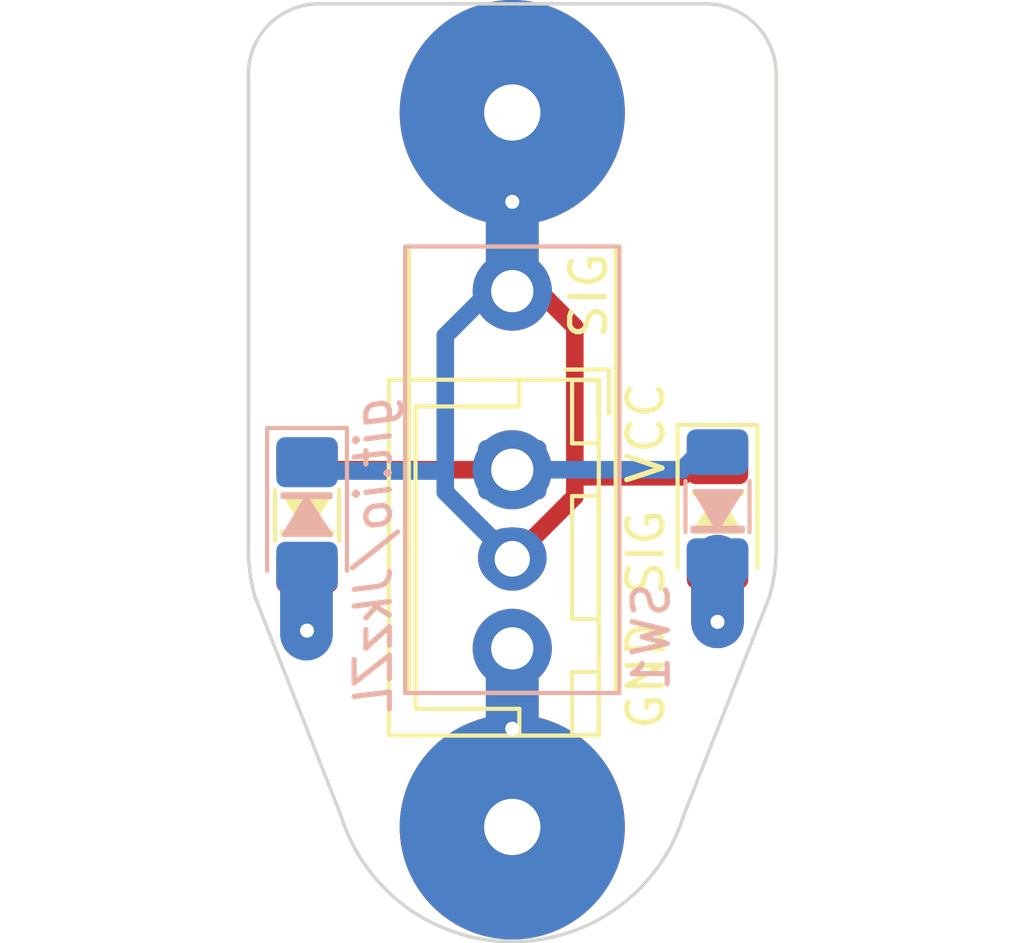
<source format=kicad_pcb>
(kicad_pcb (version 20171130) (host pcbnew "(5.1.7)-1")

  (general
    (thickness 1.6)
    (drawings 31)
    (tracks 41)
    (zones 0)
    (modules 12)
    (nets 6)
  )

  (page A4)
  (layers
    (0 F.Cu signal)
    (31 B.Cu signal hide)
    (32 B.Adhes user)
    (33 F.Adhes user)
    (34 B.Paste user)
    (35 F.Paste user)
    (36 B.SilkS user)
    (37 F.SilkS user)
    (38 B.Mask user)
    (39 F.Mask user)
    (40 Dwgs.User user)
    (41 Cmts.User user)
    (42 Eco1.User user)
    (43 Eco2.User user)
    (44 Edge.Cuts user)
    (45 Margin user)
    (46 B.CrtYd user)
    (47 F.CrtYd user)
    (48 B.Fab user)
    (49 F.Fab user)
  )

  (setup
    (last_trace_width 0.25)
    (user_trace_width 0.5)
    (user_trace_width 0.75)
    (user_trace_width 1.5)
    (trace_clearance 0.2)
    (zone_clearance 0.508)
    (zone_45_only no)
    (trace_min 0.2)
    (via_size 0.8)
    (via_drill 0.4)
    (via_min_size 0.4)
    (via_min_drill 0.3)
    (uvia_size 0.3)
    (uvia_drill 0.1)
    (uvias_allowed no)
    (uvia_min_size 0.2)
    (uvia_min_drill 0.1)
    (edge_width 0.05)
    (segment_width 0.2)
    (pcb_text_width 0.3)
    (pcb_text_size 1.5 1.5)
    (mod_edge_width 0.12)
    (mod_text_size 1 1)
    (mod_text_width 0.15)
    (pad_size 3.2 3.2)
    (pad_drill 3.2)
    (pad_to_mask_clearance 0)
    (aux_axis_origin 0 0)
    (visible_elements 7EFFFFFF)
    (pcbplotparams
      (layerselection 0x3ffff_ffffffff)
      (usegerberextensions false)
      (usegerberattributes true)
      (usegerberadvancedattributes true)
      (creategerberjobfile true)
      (excludeedgelayer true)
      (linewidth 0.100000)
      (plotframeref false)
      (viasonmask false)
      (mode 1)
      (useauxorigin false)
      (hpglpennumber 1)
      (hpglpenspeed 20)
      (hpglpendiameter 15.000000)
      (psnegative false)
      (psa4output false)
      (plotreference true)
      (plotvalue true)
      (plotinvisibletext false)
      (padsonsilk false)
      (subtractmaskfromsilk false)
      (outputformat 1)
      (mirror false)
      (drillshape 0)
      (scaleselection 1)
      (outputdirectory "gerbers/"))
  )

  (net 0 "")
  (net 1 VCC)
  (net 2 GND)
  (net 3 SIGNAL)
  (net 4 "Net-(D1-Pad2)")
  (net 5 "Net-(D2-Pad2)")

  (net_class Default "This is the default net class."
    (clearance 0.2)
    (trace_width 0.25)
    (via_dia 0.8)
    (via_drill 0.4)
    (uvia_dia 0.3)
    (uvia_drill 0.1)
    (add_net GND)
    (add_net "Net-(D1-Pad2)")
    (add_net "Net-(D2-Pad2)")
    (add_net SIGNAL)
    (add_net VCC)
  )

  (module MountingHole:MountingHole_3.2mm_M3 (layer F.Cu) (tedit 5FBD9499) (tstamp 5FBAB277)
    (at -5.08 -6.33)
    (descr "Mounting Hole 3.2mm, no annular, M3")
    (tags "mounting hole 3.2mm no annular m3")
    (attr virtual)
    (fp_text reference M31 (at 0 -4.2) (layer F.SilkS) hide
      (effects (font (size 1 1) (thickness 0.15)))
    )
    (fp_text value MountingHole_3.2mm_M3 (at 0 4.2) (layer F.Fab)
      (effects (font (size 1 1) (thickness 0.15)))
    )
    (fp_circle (center 0 0) (end 3.45 0) (layer F.CrtYd) (width 0.05))
    (fp_circle (center 0 0) (end 3.2 0) (layer Cmts.User) (width 0.15))
    (fp_text user %R (at 0.3 0) (layer F.Fab)
      (effects (font (size 1 1) (thickness 0.15)))
    )
    (pad "" np_thru_hole circle (at 0 0) (size 3.2 3.2) (drill 3.2) (layers *.Cu *.Mask))
  )

  (module mag-probe:D2F (layer F.Cu) (tedit 5FB88D0E) (tstamp 5FB7841C)
    (at 0 0 270)
    (path /5FC5A30B)
    (fp_text reference SW1 (at 4.75 -3.95 270) (layer B.SilkS)
      (effects (font (size 1 1) (thickness 0.15)) (justify mirror))
    )
    (fp_text value SW_Push_Open (at -2.54 -1.27 270) (layer F.Fab)
      (effects (font (size 1 1) (thickness 0.15)))
    )
    (fp_line (start -6.35 -2.94) (end -6.35 2.94) (layer F.SilkS) (width 0.12))
    (fp_line (start -6.35 2.94) (end 6.35 2.94) (layer F.SilkS) (width 0.12))
    (fp_line (start 6.35 2.94) (end 6.35 -2.94) (layer F.SilkS) (width 0.12))
    (fp_line (start 6.35 -2.94) (end -6.35 -2.94) (layer F.SilkS) (width 0.12))
    (pad 4 thru_hole circle (at 2.54 0 270) (size 1.8 1.8) (drill 1) (layers *.Cu *.Mask)
      (net 3 SIGNAL))
    (pad 3 thru_hole circle (at 0 0 270) (size 2.25 2.25) (drill 1.2) (layers *.Cu *.Mask)
      (net 1 VCC))
    (pad 2 thru_hole circle (at -5.08 0 270) (size 2.25 2.25) (drill 1.2) (layers *.Cu *.Mask)
      (net 3 SIGNAL))
    (pad 1 thru_hole circle (at 5.08 0 270) (size 2.25 2.25) (drill 1.2) (layers *.Cu *.Mask)
      (net 2 GND))
    (model F:/git/mag-probe/D2F_F_STEP/D2F_F.step
      (offset (xyz 3.24 0 -3.24))
      (scale (xyz 1 1 1))
      (rotate (xyz 90 0 0))
    )
  )

  (module mag-probe:JST-XH (layer F.Cu) (tedit 5FB868AA) (tstamp 5FBB11C0)
    (at 0 0 270)
    (fp_text reference REF** (at 3.81 10.414 90) (layer F.SilkS) hide
      (effects (font (size 1 1) (thickness 0.15)))
    )
    (fp_text value JST-XH (at 2.275 -3.775 90) (layer F.Fab)
      (effects (font (size 1 1) (thickness 0.15)))
    )
    (fp_line (start 7.95 3.9) (end 7.95 -2.85) (layer F.CrtYd) (width 0.05))
    (fp_line (start 0.75 -2.45) (end 0.75 -1.7) (layer F.SilkS) (width 0.12))
    (fp_line (start 0 -1.35) (end 0.625 -2.35) (layer F.Fab) (width 0.1))
    (fp_line (start -2.56 3.51) (end 7.56 3.51) (layer F.SilkS) (width 0.12))
    (fp_line (start -2.95 3.9) (end 7.95 3.9) (layer F.CrtYd) (width 0.05))
    (fp_line (start -2.45 -2.35) (end -2.45 3.4) (layer F.Fab) (width 0.1))
    (fp_line (start -0.625 -2.35) (end 0 -1.35) (layer F.Fab) (width 0.1))
    (fp_line (start 7.95 -2.85) (end -2.95 -2.85) (layer F.CrtYd) (width 0.05))
    (fp_line (start 7.56 3.51) (end 7.56 -2.46) (layer F.SilkS) (width 0.12))
    (fp_line (start -2.95 -2.85) (end -2.95 3.9) (layer F.CrtYd) (width 0.05))
    (fp_line (start 7.45 3.4) (end 7.45 -2.35) (layer F.Fab) (width 0.1))
    (fp_line (start -2.56 -2.46) (end -2.56 3.51) (layer F.SilkS) (width 0.12))
    (fp_line (start -2.45 3.4) (end 7.45 3.4) (layer F.Fab) (width 0.1))
    (fp_line (start 7.56 -2.46) (end -2.56 -2.46) (layer F.SilkS) (width 0.12))
    (fp_line (start 7.45 -2.35) (end -2.45 -2.35) (layer F.Fab) (width 0.1))
    (fp_line (start 4.25 -2.45) (end 0.75 -2.45) (layer F.SilkS) (width 0.12))
    (fp_line (start -2.55 -2.45) (end -2.55 -1.7) (layer F.SilkS) (width 0.12))
    (fp_line (start -2.55 -1.7) (end -0.75 -1.7) (layer F.SilkS) (width 0.12))
    (fp_line (start -0.75 -2.45) (end -2.55 -2.45) (layer F.SilkS) (width 0.12))
    (fp_line (start 7.55 -2.45) (end 5.75 -2.45) (layer F.SilkS) (width 0.12))
    (fp_line (start -2.55 -0.2) (end -1.8 -0.2) (layer F.SilkS) (width 0.12))
    (fp_line (start -1.8 -0.2) (end -1.8 2.75) (layer F.SilkS) (width 0.12))
    (fp_line (start 2.5 2.75) (end -1.725 2.75) (layer F.SilkS) (width 0.12))
    (fp_line (start 6.8 -0.2) (end 6.8 2.75) (layer F.SilkS) (width 0.12))
    (fp_line (start 6.8 2.75) (end 2.5 2.75) (layer F.SilkS) (width 0.12))
    (fp_line (start -1.6 -2.75) (end -2.85 -2.75) (layer F.SilkS) (width 0.12))
    (fp_line (start -2.85 -2.75) (end -2.85 -1.5) (layer F.SilkS) (width 0.12))
    (fp_line (start 0.75 -1.7) (end 4.25 -1.7) (layer F.SilkS) (width 0.12))
    (fp_line (start -0.75 -1.7) (end -0.75 -2.45) (layer F.SilkS) (width 0.12))
    (fp_line (start 4.25 -1.7) (end 4.25 -2.45) (layer F.SilkS) (width 0.12))
    (fp_line (start 5.75 -2.45) (end 5.75 -1.7) (layer F.SilkS) (width 0.12))
    (fp_line (start 5.75 -1.7) (end 7.55 -1.7) (layer F.SilkS) (width 0.12))
    (fp_line (start 7.55 -1.7) (end 7.55 -2.45) (layer F.SilkS) (width 0.12))
    (fp_line (start 7.55 -0.2) (end 6.8 -0.2) (layer F.SilkS) (width 0.12))
    (pad 3 thru_hole oval (at 5 0 270) (size 1.7 1.95) (drill 0.95) (layers *.Cu *.Mask))
    (pad 1 thru_hole roundrect (at 0 0 270) (size 1.7 1.95) (drill 0.95) (layers *.Cu *.Mask) (roundrect_rratio 0.1470588235294118))
    (pad 2 thru_hole oval (at 2.5 0 270) (size 1.7 1.95) (drill 0.95) (layers *.Cu *.Mask))
    (model F:/git/PROBE-BOARD/CAD/JST-B3B-XH-A.step
      (offset (xyz 2.5 -0.5 0))
      (scale (xyz 1 1 1))
      (rotate (xyz 0 0 0))
    )
  )

  (module mag-probe:LED_1206_3216Metric_Pad1.42x1.75mm_HandSolder (layer F.Cu) (tedit 5FBCB3F2) (tstamp 5FB86127)
    (at 5.834 1.1875 270)
    (descr "LED SMD 1206 (3216 Metric), square (rectangular) end terminal, IPC_7351 nominal, (Body size source: http://www.tortai-tech.com/upload/download/2011102023233369053.pdf), generated with kicad-footprint-generator")
    (tags "LED handsolder")
    (path /5FBB7662)
    (attr smd)
    (fp_text reference D2 (at -0.6715 -1.905 270) (layer F.SilkS) hide
      (effects (font (size 1 1) (thickness 0.15)))
    )
    (fp_text value LED_Small (at 0 1.65 270) (layer F.Fab)
      (effects (font (size 1 1) (thickness 0.15)))
    )
    (fp_line (start -0.575 -0.7) (end -0.575 0.675) (layer F.SilkS) (width 0.12))
    (fp_poly (pts (xy 0.575 -0.4) (xy 0.575 0.675) (xy -0.425 -0.05) (xy 0.575 -0.625)) (layer F.SilkS) (width 0.1))
    (fp_line (start -0.5 -0.7) (end -0.5 0.675) (layer F.SilkS) (width 0.12))
    (fp_line (start -0.475 -0.025) (end 0.575 -0.65) (layer F.SilkS) (width 0.12))
    (fp_line (start 0.575 0.675) (end -0.475 -0.025) (layer F.SilkS) (width 0.12))
    (fp_line (start 0.575 0.65) (end 0.575 0.675) (layer F.SilkS) (width 0.12))
    (fp_line (start 0.575 -0.65) (end 0.575 0.65) (layer F.SilkS) (width 0.12))
    (fp_line (start 1.6 -0.8) (end -1.2 -0.8) (layer F.Fab) (width 0.1))
    (fp_line (start -1.2 -0.8) (end -1.6 -0.4) (layer F.Fab) (width 0.1))
    (fp_line (start -1.6 -0.4) (end -1.6 0.8) (layer F.Fab) (width 0.1))
    (fp_line (start -1.6 0.8) (end 1.6 0.8) (layer F.Fab) (width 0.1))
    (fp_line (start 1.6 0.8) (end 1.6 -0.8) (layer F.Fab) (width 0.1))
    (fp_line (start 1.6 -1.135) (end -2.46 -1.135) (layer F.SilkS) (width 0.12))
    (fp_line (start -2.46 -1.135) (end -2.46 1.135) (layer F.SilkS) (width 0.12))
    (fp_line (start -2.46 1.135) (end 1.6 1.135) (layer F.SilkS) (width 0.12))
    (fp_line (start -2.45 1.12) (end -2.45 -1.12) (layer F.CrtYd) (width 0.05))
    (fp_line (start -2.45 -1.12) (end 2.45 -1.12) (layer F.CrtYd) (width 0.05))
    (fp_line (start 2.45 -1.12) (end 2.45 1.12) (layer F.CrtYd) (width 0.05))
    (fp_line (start 2.45 1.12) (end -2.45 1.12) (layer F.CrtYd) (width 0.05))
    (fp_text user %R (at 0 0 270) (layer F.Fab)
      (effects (font (size 0.5 0.5) (thickness 0.08)))
    )
    (pad 2 smd roundrect (at 1.4875 0 270) (size 1.425 1.75) (layers F.Cu F.Paste F.Mask) (roundrect_rratio 0.1754385964912281)
      (net 5 "Net-(D2-Pad2)"))
    (pad 1 smd roundrect (at -1.4875 0 270) (size 1.425 1.75) (layers F.Cu F.Paste F.Mask) (roundrect_rratio 0.1754385964912281)
      (net 3 SIGNAL))
    (model ${KISYS3DMOD}/LED_SMD.3dshapes/LED_1206_3216Metric.wrl
      (at (xyz 0 0 0))
      (scale (xyz 1 1 1))
      (rotate (xyz 0 0 0))
    )
  )

  (module mag-probe:LED_1206_3216Metric_Pad1.42x1.75mm_HandSolder (layer B.Cu) (tedit 5FBCB3F2) (tstamp 5FB860F1)
    (at -5.834 1.274 270)
    (descr "LED SMD 1206 (3216 Metric), square (rectangular) end terminal, IPC_7351 nominal, (Body size source: http://www.tortai-tech.com/upload/download/2011102023233369053.pdf), generated with kicad-footprint-generator")
    (tags "LED handsolder")
    (path /5FC4D33F)
    (attr smd)
    (fp_text reference D1 (at -3.2755 -0.0595) (layer B.SilkS) hide
      (effects (font (size 1 1) (thickness 0.15)) (justify mirror))
    )
    (fp_text value LED_Small (at 0 -1.65 270) (layer B.Fab)
      (effects (font (size 1 1) (thickness 0.15)) (justify mirror))
    )
    (fp_line (start -0.575 0.7) (end -0.575 -0.675) (layer B.SilkS) (width 0.12))
    (fp_poly (pts (xy 0.575 0.4) (xy 0.575 -0.675) (xy -0.425 0.05) (xy 0.575 0.625)) (layer B.SilkS) (width 0.1))
    (fp_line (start -0.5 0.7) (end -0.5 -0.675) (layer B.SilkS) (width 0.12))
    (fp_line (start -0.475 0.025) (end 0.575 0.65) (layer B.SilkS) (width 0.12))
    (fp_line (start 0.575 -0.675) (end -0.475 0.025) (layer B.SilkS) (width 0.12))
    (fp_line (start 0.575 -0.65) (end 0.575 -0.675) (layer B.SilkS) (width 0.12))
    (fp_line (start 0.575 0.65) (end 0.575 -0.65) (layer B.SilkS) (width 0.12))
    (fp_line (start 1.6 0.8) (end -1.2 0.8) (layer B.Fab) (width 0.1))
    (fp_line (start -1.2 0.8) (end -1.6 0.4) (layer B.Fab) (width 0.1))
    (fp_line (start -1.6 0.4) (end -1.6 -0.8) (layer B.Fab) (width 0.1))
    (fp_line (start -1.6 -0.8) (end 1.6 -0.8) (layer B.Fab) (width 0.1))
    (fp_line (start 1.6 -0.8) (end 1.6 0.8) (layer B.Fab) (width 0.1))
    (fp_line (start 1.6 1.135) (end -2.46 1.135) (layer B.SilkS) (width 0.12))
    (fp_line (start -2.46 1.135) (end -2.46 -1.135) (layer B.SilkS) (width 0.12))
    (fp_line (start -2.46 -1.135) (end 1.6 -1.135) (layer B.SilkS) (width 0.12))
    (fp_line (start -2.45 -1.12) (end -2.45 1.12) (layer B.CrtYd) (width 0.05))
    (fp_line (start -2.45 1.12) (end 2.45 1.12) (layer B.CrtYd) (width 0.05))
    (fp_line (start 2.45 1.12) (end 2.45 -1.12) (layer B.CrtYd) (width 0.05))
    (fp_line (start 2.45 -1.12) (end -2.45 -1.12) (layer B.CrtYd) (width 0.05))
    (fp_text user %R (at 0 0 270) (layer B.Fab)
      (effects (font (size 0.5 0.5) (thickness 0.08)) (justify mirror))
    )
    (pad 2 smd roundrect (at 1.4875 0 270) (size 1.425 1.75) (layers B.Cu B.Paste B.Mask) (roundrect_rratio 0.1754385964912281)
      (net 4 "Net-(D1-Pad2)"))
    (pad 1 smd roundrect (at -1.4875 0 270) (size 1.425 1.75) (layers B.Cu B.Paste B.Mask) (roundrect_rratio 0.1754385964912281)
      (net 3 SIGNAL))
    (model ${KISYS3DMOD}/LED_SMD.3dshapes/LED_1206_3216Metric.wrl
      (at (xyz 0 0 0))
      (scale (xyz 1 1 1))
      (rotate (xyz 0 0 0))
    )
  )

  (module mag-probe:M3Heatsrt (layer F.Cu) (tedit 5FBAB47A) (tstamp 5FBB10C4)
    (at -5.08 -6.33)
    (fp_text reference MeHtSrt1 (at 9.95 0.05) (layer Dwgs.User) hide
      (effects (font (size 1 1) (thickness 0.15)))
    )
    (fp_text value M3Heatsrt (at 0 -2.55) (layer F.Fab)
      (effects (font (size 1 1) (thickness 0.15)))
    )
    (fp_circle (center 0 0) (end 1.6 0) (layer Dwgs.User) (width 0.05))
    (model "F:/git/PROBE-BOARD/CAD/94459A130_BRASS HEAT-SET INSERT FOR PLASTIC.STEP"
      (offset (xyz 0 0 4.25))
      (scale (xyz 1 1 1))
      (rotate (xyz 90 0 0))
    )
    (model "F:/git/PROBE-BOARD/CAD/97763A811_BLACK-OXIDE 18-8 SS BUTTON-HEAD CAP SCREW.STEP"
      (offset (xyz 0 0 -3.5))
      (scale (xyz 1 1 1))
      (rotate (xyz 180 0 0))
    )
  )

  (module mag-probe:M3Heatsrt (layer F.Cu) (tedit 5FBAB47A) (tstamp 5FBB10AF)
    (at 5.08 -6.33)
    (fp_text reference ME2 (at 0.05 0.1) (layer Dwgs.User) hide
      (effects (font (size 1 1) (thickness 0.15)))
    )
    (fp_text value M3Heatsrt (at 0 -2.55) (layer F.Fab)
      (effects (font (size 1 1) (thickness 0.15)))
    )
    (fp_circle (center 0 0) (end 1.6 0) (layer Dwgs.User) (width 0.05))
    (model "F:/git/PROBE-BOARD/CAD/94459A130_BRASS HEAT-SET INSERT FOR PLASTIC.STEP"
      (offset (xyz 0 0 4.25))
      (scale (xyz 1 1 1))
      (rotate (xyz 90 0 0))
    )
    (model "F:/git/PROBE-BOARD/CAD/97763A811_BLACK-OXIDE 18-8 SS BUTTON-HEAD CAP SCREW.STEP"
      (offset (xyz 0 0 -3.5))
      (scale (xyz 1 1 1))
      (rotate (xyz 180 0 0))
    )
  )

  (module Resistor_SMD:R_1206_3216Metric_Pad1.30x1.75mm_HandSolder (layer F.Cu) (tedit 5F68FEEE) (tstamp 5FB8615B)
    (at -5.834 1.3 270)
    (descr "Resistor SMD 1206 (3216 Metric), square (rectangular) end terminal, IPC_7351 nominal with elongated pad for handsoldering. (Body size source: IPC-SM-782 page 72, https://www.pcb-3d.com/wordpress/wp-content/uploads/ipc-sm-782a_amendment_1_and_2.pdf), generated with kicad-footprint-generator")
    (tags "resistor handsolder")
    (path /5FC4D339)
    (attr smd)
    (fp_text reference R1 (at -0.325 1.916 270) (layer F.SilkS) hide
      (effects (font (size 1 1) (thickness 0.15)))
    )
    (fp_text value 1k (at 0 1.82 90) (layer F.Fab)
      (effects (font (size 1 1) (thickness 0.15)))
    )
    (fp_line (start -1.6 0.8) (end -1.6 -0.8) (layer F.Fab) (width 0.1))
    (fp_line (start -1.6 -0.8) (end 1.6 -0.8) (layer F.Fab) (width 0.1))
    (fp_line (start 1.6 -0.8) (end 1.6 0.8) (layer F.Fab) (width 0.1))
    (fp_line (start 1.6 0.8) (end -1.6 0.8) (layer F.Fab) (width 0.1))
    (fp_line (start -0.727064 -0.91) (end 0.727064 -0.91) (layer F.SilkS) (width 0.12))
    (fp_line (start -0.727064 0.91) (end 0.727064 0.91) (layer F.SilkS) (width 0.12))
    (fp_line (start -2.45 1.12) (end -2.45 -1.12) (layer F.CrtYd) (width 0.05))
    (fp_line (start -2.45 -1.12) (end 2.45 -1.12) (layer F.CrtYd) (width 0.05))
    (fp_line (start 2.45 -1.12) (end 2.45 1.12) (layer F.CrtYd) (width 0.05))
    (fp_line (start 2.45 1.12) (end -2.45 1.12) (layer F.CrtYd) (width 0.05))
    (fp_text user %R (at 0 0 90) (layer F.Fab)
      (effects (font (size 0.8 0.8) (thickness 0.12)))
    )
    (pad 2 smd roundrect (at 1.55 0 270) (size 1.3 1.75) (layers F.Cu F.Paste F.Mask) (roundrect_rratio 0.1923069230769231)
      (net 4 "Net-(D1-Pad2)"))
    (pad 1 smd roundrect (at -1.55 0 270) (size 1.3 1.75) (layers F.Cu F.Paste F.Mask) (roundrect_rratio 0.1923069230769231)
      (net 1 VCC))
    (model ${KISYS3DMOD}/Resistor_SMD.3dshapes/R_1206_3216Metric.wrl
      (at (xyz 0 0 0))
      (scale (xyz 1 1 1))
      (rotate (xyz 0 0 0))
    )
  )

  (module Resistor_SMD:R_1206_3216Metric_Pad1.30x1.75mm_HandSolder (layer B.Cu) (tedit 5F68FEEE) (tstamp 5FB860BF)
    (at 5.834 1.05 270)
    (descr "Resistor SMD 1206 (3216 Metric), square (rectangular) end terminal, IPC_7351 nominal with elongated pad for handsoldering. (Body size source: IPC-SM-782 page 72, https://www.pcb-3d.com/wordpress/wp-content/uploads/ipc-sm-782a_amendment_1_and_2.pdf), generated with kicad-footprint-generator")
    (tags "resistor handsolder")
    (path /5FBB765C)
    (attr smd)
    (fp_text reference R2 (at -0.534 -1.905 90) (layer B.SilkS) hide
      (effects (font (size 1 1) (thickness 0.15)) (justify mirror))
    )
    (fp_text value 1k (at 0 -1.43 90) (layer B.Fab)
      (effects (font (size 1 1) (thickness 0.15)) (justify mirror))
    )
    (fp_line (start -1.6 -0.8) (end -1.6 0.8) (layer B.Fab) (width 0.1))
    (fp_line (start -1.6 0.8) (end 1.6 0.8) (layer B.Fab) (width 0.1))
    (fp_line (start 1.6 0.8) (end 1.6 -0.8) (layer B.Fab) (width 0.1))
    (fp_line (start 1.6 -0.8) (end -1.6 -0.8) (layer B.Fab) (width 0.1))
    (fp_line (start -0.727064 0.91) (end 0.727064 0.91) (layer B.SilkS) (width 0.12))
    (fp_line (start -0.727064 -0.91) (end 0.727064 -0.91) (layer B.SilkS) (width 0.12))
    (fp_line (start -2.45 -1.12) (end -2.45 1.12) (layer B.CrtYd) (width 0.05))
    (fp_line (start -2.45 1.12) (end 2.45 1.12) (layer B.CrtYd) (width 0.05))
    (fp_line (start 2.45 1.12) (end 2.45 -1.12) (layer B.CrtYd) (width 0.05))
    (fp_line (start 2.45 -1.12) (end -2.45 -1.12) (layer B.CrtYd) (width 0.05))
    (fp_text user %R (at 0 0 90) (layer B.Fab)
      (effects (font (size 0.4 0.4) (thickness 0.06)) (justify mirror))
    )
    (pad 2 smd roundrect (at 1.55 0 270) (size 1.3 1.75) (layers B.Cu B.Paste B.Mask) (roundrect_rratio 0.1923069230769231)
      (net 5 "Net-(D2-Pad2)"))
    (pad 1 smd roundrect (at -1.55 0 270) (size 1.3 1.75) (layers B.Cu B.Paste B.Mask) (roundrect_rratio 0.1923069230769231)
      (net 1 VCC))
    (model ${KISYS3DMOD}/Resistor_SMD.3dshapes/R_1206_3216Metric.wrl
      (at (xyz 0 0 0))
      (scale (xyz 1 1 1))
      (rotate (xyz 0 0 0))
    )
  )

  (module MountingHole:MountingHole_3.2mm_M3 (layer F.Cu) (tedit 5FBD68B6) (tstamp 5FB8CA4C)
    (at 5.08 -6.33)
    (descr "Mounting Hole 3.2mm, no annular, M3")
    (tags "mounting hole 3.2mm no annular m3")
    (attr virtual)
    (fp_text reference REF** (at 0 -4.2) (layer F.SilkS) hide
      (effects (font (size 1 1) (thickness 0.15)))
    )
    (fp_text value MountingHole_3.2mm_M3 (at 0 4.2) (layer F.Fab)
      (effects (font (size 1 1) (thickness 0.15)))
    )
    (fp_circle (center 0 0) (end 3.45 0) (layer F.CrtYd) (width 0.05))
    (fp_circle (center 0 0) (end 3.2 0) (layer Cmts.User) (width 0.15))
    (fp_text user %R (at 0.3 0) (layer F.Fab)
      (effects (font (size 1 1) (thickness 0.15)))
    )
    (pad "" np_thru_hole circle (at 0.04 0) (size 3.2 3.2) (drill 3.2) (layers *.Cu *.Mask))
  )

  (module mag-probe:MagPad (layer F.Cu) (tedit 5FBD717D) (tstamp 5FB7716B)
    (at 0 10.16)
    (path /5FB9D8C4)
    (fp_text reference MAG2 (at 3.81 -0.635 90) (layer F.SilkS) hide
      (effects (font (size 1 1) (thickness 0.15)))
    )
    (fp_text value Conn_01x01 (at 0 -0.5) (layer F.Fab)
      (effects (font (size 1 1) (thickness 0.15)))
    )
    (pad 1 thru_hole circle (at 0 0) (size 6.4 6.4) (drill 1.6) (layers *.Cu *.Mask)
      (net 2 GND))
    (model F:/git/mag-probe/mag.pretty.stp
      (at (xyz 0 0 0))
      (scale (xyz 1 1 1))
      (rotate (xyz 0 0 0))
    )
  )

  (module mag-probe:MagPad (layer F.Cu) (tedit 5FBD7165) (tstamp 5FB8D866)
    (at 0 -10.16)
    (path /5FB9D22E)
    (fp_text reference MAG1 (at 4.064 -1.905 90) (layer F.SilkS) hide
      (effects (font (size 1 1) (thickness 0.15)))
    )
    (fp_text value Conn_01x01 (at 0 -0.5) (layer F.Fab)
      (effects (font (size 1 1) (thickness 0.15)))
    )
    (pad 1 thru_hole circle (at 0 0) (size 6.4 6.4) (drill 1.6) (layers *.Cu *.Mask)
      (net 3 SIGNAL))
    (model F:/git/mag-probe/mag.pretty.stp
      (at (xyz 0 0 0))
      (scale (xyz 1 1 1))
      (rotate (xyz 0 0 0))
    )
  )

  (gr_line (start -5.125 1.75) (end -5.125 1.85) (layer F.SilkS) (width 0.12) (tstamp 5FBD90A3))
  (gr_line (start -6.55 1.75) (end -5.125 1.75) (layer F.SilkS) (width 0.12) (tstamp 5FBD90A2))
  (gr_poly (pts (xy -6.5 0.7) (xy -5.15 0.7) (xy -5.85 1.8)) (layer F.SilkS) (width 0.1) (tstamp 5FBD90A1))
  (gr_line (start -5.125 1.85) (end -6.55 1.85) (layer F.SilkS) (width 0.12) (tstamp 5FBD90A0))
  (gr_line (start -6.55 1.85) (end -6.55 1.75) (layer F.SilkS) (width 0.12) (tstamp 5FBD909F))
  (gr_poly (pts (xy 5.175 0.6) (xy 6.525 0.6) (xy 5.825 1.7)) (layer B.SilkS) (width 0.1))
  (gr_line (start 6.55 1.65) (end 6.55 1.75) (layer B.SilkS) (width 0.12) (tstamp 5FBD905C))
  (gr_line (start 5.125 1.65) (end 6.55 1.65) (layer B.SilkS) (width 0.12))
  (gr_line (start 5.125 1.75) (end 5.125 1.65) (layer B.SilkS) (width 0.12))
  (gr_line (start 6.55 1.75) (end 5.125 1.75) (layer B.SilkS) (width 0.12))
  (gr_line (start 7.5 2.248852) (end 7.5 -11.250399) (layer Edge.Cuts) (width 0.1))
  (gr_line (start -2.93 6.34) (end -2.92 -6.37) (layer B.CrtYd) (width 0.05))
  (gr_line (start 2.94 6.34) (end -2.93 6.34) (layer B.CrtYd) (width 0.05))
  (gr_line (start 2.94 -6.34) (end 2.94 6.34) (layer B.CrtYd) (width 0.05))
  (gr_line (start -2.94 -6.37) (end 2.94 -6.34) (layer B.CrtYd) (width 0.05))
  (gr_arc (start 2.499999 2.248852) (end 7.312157 3.606476) (angle -15.75501346) (layer Edge.Cuts) (width 0.1))
  (gr_arc (start -5.499999 -11.250399) (end -5.499999 -13.250399) (angle -90) (layer Edge.Cuts) (width 0.1))
  (gr_arc (start -2.490343 2.261877) (end -7.5 2.248852) (angle -15.90398022) (layer Edge.Cuts) (width 0.1) (tstamp 5FB860A4))
  (gr_line (start -7.5 2.248852) (end -7.499999 -11.250399) (layer Edge.Cuts) (width 0.1))
  (gr_arc (start 5.5 -11.250399) (end 7.5 -11.250399) (angle -90) (layer Edge.Cuts) (width 0.1))
  (gr_line (start 5.5 -13.250399) (end -5.499999 -13.250399) (layer Edge.Cuts) (width 0.1))
  (gr_line (start 7.312157 3.606476) (end 4.86569 9.850488) (layer Edge.Cuts) (width 0.1))
  (gr_line (start -7.311811 3.622127) (end -4.86569 9.850487) (layer Edge.Cuts) (width 0.1))
  (gr_arc (start 0 8.3224) (end -4.86569 9.850487) (angle -145.1298326) (layer Edge.Cuts) (width 0.1))
  (gr_text git.io/JkzZL (at -3.95 2.4 90) (layer B.SilkS)
    (effects (font (size 1 1) (thickness 0.15) italic) (justify mirror))
  )
  (gr_text SIG (at 2.175 -4.95 90) (layer F.SilkS)
    (effects (font (size 1 1) (thickness 0.15)))
  )
  (gr_text "GND SIG VCC" (at 3.8 2.45 90) (layer F.SilkS)
    (effects (font (size 1 1) (thickness 0.15)))
  )
  (gr_line (start -3.048 6.35) (end -3.048 -6.35) (layer B.SilkS) (width 0.12) (tstamp 5FB7A204))
  (gr_line (start 3.048 6.35) (end -3.048 6.35) (layer B.SilkS) (width 0.12))
  (gr_line (start 3.048 -6.35) (end 3.048 6.35) (layer B.SilkS) (width 0.12))
  (gr_line (start -3.048 -6.35) (end 3.048 -6.35) (layer B.SilkS) (width 0.12))

  (segment (start 0 -0.254) (end 0 0) (width 0.5) (layer B.Cu) (net 1))
  (segment (start 0 0) (end -0.087 0) (width 0.5) (layer F.Cu) (net 1))
  (segment (start 4.826 0) (end 0 0) (width 0.5) (layer B.Cu) (net 1))
  (segment (start 0 0) (end -5.334 0) (width 0.5) (layer F.Cu) (net 1))
  (segment (start 5.326 -0.5) (end 4.826 0) (width 0.5) (layer B.Cu) (net 1))
  (segment (start 5.834 -0.5) (end 5.326 -0.5) (width 0.5) (layer B.Cu) (net 1))
  (segment (start 0 10.75) (end 0 5.08) (width 1.5) (layer B.Cu) (net 2) (status 30))
  (segment (start 0 5.08) (end 0 10.75) (width 1.5) (layer F.Cu) (net 2) (status 30))
  (via (at 0 7.366) (size 0.8) (drill 0.4) (layers F.Cu B.Cu) (net 2))
  (via (at 0 -7.62) (size 0.8) (drill 0.4) (layers F.Cu B.Cu) (net 3))
  (segment (start 0 -10.75) (end -1.188 -10.75) (width 0.5) (layer B.Cu) (net 3) (status 30))
  (segment (start 0 -10.75) (end 0 -5.08) (width 1.5) (layer B.Cu) (net 3) (status 30))
  (segment (start -0.508 -4.572) (end 0 -5.08) (width 0.5) (layer B.Cu) (net 3) (status 30))
  (segment (start 0 -10.75) (end 0 -5.08) (width 1.5) (layer F.Cu) (net 3) (status 30))
  (segment (start -0.254 2.54) (end 0 2.54) (width 0.5) (layer B.Cu) (net 3))
  (segment (start 0 -5.08) (end 0 -4.318) (width 0.5) (layer F.Cu) (net 3))
  (segment (start 0 2.54) (end 0 2.5895) (width 0.5) (layer F.Cu) (net 3))
  (segment (start -0.54 2.54) (end 0 2.54) (width 0.5) (layer B.Cu) (net 3))
  (segment (start -0.129 2.54) (end 0 2.54) (width 0.25) (layer B.Cu) (net 3))
  (segment (start 0 -5.08) (end 0.762 -5.08) (width 0.5) (layer F.Cu) (net 3) (status 30))
  (segment (start -0.508 -4.572) (end 0 -5.08) (width 0.5) (layer F.Cu) (net 3) (status 30))
  (segment (start 0 -5.08) (end -0.635 -5.08) (width 0.5) (layer B.Cu) (net 3))
  (segment (start -0.635 -5.08) (end -1.905 -3.81) (width 0.5) (layer B.Cu) (net 3))
  (segment (start -1.905 0.635) (end 0 2.54) (width 0.5) (layer B.Cu) (net 3))
  (segment (start 0.762 -5.08) (end 1.778 -4.064) (width 0.5) (layer F.Cu) (net 3))
  (segment (start 1.778 0.762) (end 0 2.54) (width 0.5) (layer F.Cu) (net 3))
  (segment (start 1.978 0.2) (end 1.778 0) (width 0.5) (layer F.Cu) (net 3))
  (segment (start 4.826 0.2) (end 1.978 0.2) (width 0.5) (layer F.Cu) (net 3))
  (segment (start 1.778 0) (end 1.778 0.762) (width 0.5) (layer F.Cu) (net 3))
  (segment (start 1.778 -4.064) (end 1.778 0) (width 0.5) (layer F.Cu) (net 3))
  (segment (start -1.9415 0.0365) (end -1.905 0) (width 0.5) (layer B.Cu) (net 3))
  (segment (start -5.334 0.0365) (end -1.9415 0.0365) (width 0.5) (layer B.Cu) (net 3))
  (segment (start -1.905 0) (end -1.905 0.635) (width 0.5) (layer B.Cu) (net 3))
  (segment (start -1.905 -3.81) (end -1.905 0) (width 0.5) (layer B.Cu) (net 3))
  (segment (start 5.326 -0.3) (end 4.826 0.2) (width 0.5) (layer F.Cu) (net 3))
  (segment (start 5.834 -0.3) (end 5.326 -0.3) (width 0.5) (layer F.Cu) (net 3))
  (via (at -5.834 4.576) (size 0.8) (drill 0.4) (layers F.Cu B.Cu) (net 4))
  (segment (start -5.85 2.8605) (end -5.85 4.675) (width 1.5) (layer B.Cu) (net 4))
  (via (at 5.834 4.326) (size 0.8) (drill 0.4) (layers F.Cu B.Cu) (net 5))
  (segment (start 5.834 2.6) (end 5.834 4.326) (width 1.5) (layer B.Cu) (net 5))
  (segment (start 5.834 2.675) (end 5.834 4.326) (width 1.5) (layer F.Cu) (net 5))

)

</source>
